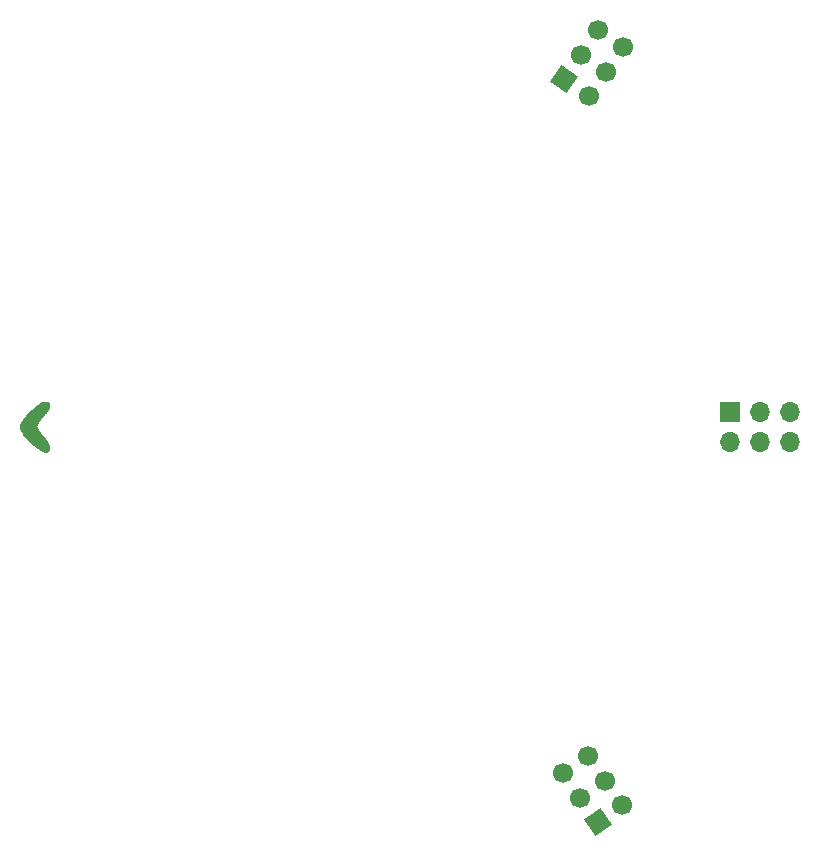
<source format=gbr>
G04 #@! TF.GenerationSoftware,KiCad,Pcbnew,(6.99.0-2452-gdb4f2d9dd8)*
G04 #@! TF.CreationDate,2022-07-29T14:25:34-05:00*
G04 #@! TF.ProjectId,787,3738372e-6b69-4636-9164-5f7063625858,rev?*
G04 #@! TF.SameCoordinates,Original*
G04 #@! TF.FileFunction,Soldermask,Top*
G04 #@! TF.FilePolarity,Negative*
%FSLAX46Y46*%
G04 Gerber Fmt 4.6, Leading zero omitted, Abs format (unit mm)*
G04 Created by KiCad (PCBNEW (6.99.0-2452-gdb4f2d9dd8)) date 2022-07-29 14:25:34*
%MOMM*%
%LPD*%
G01*
G04 APERTURE LIST*
G04 Aperture macros list*
%AMHorizOval*
0 Thick line with rounded ends*
0 $1 width*
0 $2 $3 position (X,Y) of the first rounded end (center of the circle)*
0 $4 $5 position (X,Y) of the second rounded end (center of the circle)*
0 Add line between two ends*
20,1,$1,$2,$3,$4,$5,0*
0 Add two circle primitives to create the rounded ends*
1,1,$1,$2,$3*
1,1,$1,$4,$5*%
%AMRotRect*
0 Rectangle, with rotation*
0 The origin of the aperture is its center*
0 $1 length*
0 $2 width*
0 $3 Rotation angle, in degrees counterclockwise*
0 Add horizontal line*
21,1,$1,$2,0,0,$3*%
G04 Aperture macros list end*
%ADD10C,0.078000*%
%ADD11RotRect,1.700000X1.700000X145.000000*%
%ADD12HorizOval,1.700000X0.000000X0.000000X0.000000X0.000000X0*%
%ADD13RotRect,1.700000X1.700000X215.000000*%
%ADD14HorizOval,1.700000X0.000000X0.000000X0.000000X0.000000X0*%
%ADD15R,1.700000X1.700000*%
%ADD16O,1.700000X1.700000*%
G04 APERTURE END LIST*
D10*
G36*
X47621625Y-112659499D02*
G01*
X47672552Y-112663200D01*
X47719681Y-112669353D01*
X47763014Y-112677948D01*
X47802552Y-112688970D01*
X47838297Y-112702409D01*
X47870250Y-112718252D01*
X47898411Y-112736488D01*
X47922783Y-112757103D01*
X47943367Y-112780087D01*
X47960164Y-112805426D01*
X47973174Y-112833110D01*
X47982400Y-112863125D01*
X47987843Y-112895460D01*
X47989504Y-112930102D01*
X47987384Y-112967040D01*
X47981485Y-113006261D01*
X47971808Y-113047754D01*
X47958353Y-113091506D01*
X47941123Y-113137505D01*
X47920119Y-113185739D01*
X47895341Y-113236196D01*
X47866792Y-113288864D01*
X47834472Y-113343731D01*
X47798382Y-113400784D01*
X47758525Y-113460013D01*
X47714901Y-113521403D01*
X47667512Y-113584945D01*
X47616358Y-113650625D01*
X47561441Y-113718431D01*
X47502763Y-113788351D01*
X47440324Y-113860373D01*
X47384263Y-113925289D01*
X47329774Y-113990790D01*
X47277139Y-114056437D01*
X47226640Y-114121786D01*
X47178560Y-114186397D01*
X47133180Y-114249827D01*
X47090784Y-114311635D01*
X47051652Y-114371379D01*
X47016067Y-114428617D01*
X46984311Y-114482907D01*
X46956667Y-114533808D01*
X46933416Y-114580878D01*
X46914841Y-114623675D01*
X46901224Y-114661758D01*
X46892847Y-114694683D01*
X46889992Y-114722011D01*
X46890711Y-114734948D01*
X46892847Y-114749339D01*
X46901224Y-114782265D01*
X46914841Y-114820347D01*
X46933416Y-114863144D01*
X46956667Y-114910214D01*
X46984311Y-114961115D01*
X47016067Y-115015405D01*
X47051652Y-115072643D01*
X47090784Y-115132387D01*
X47133180Y-115194195D01*
X47178560Y-115257625D01*
X47226640Y-115322236D01*
X47277139Y-115387585D01*
X47329774Y-115453232D01*
X47384263Y-115518734D01*
X47440324Y-115583649D01*
X47532320Y-115691203D01*
X47616109Y-115795463D01*
X47691640Y-115896290D01*
X47758863Y-115993546D01*
X47817726Y-116087092D01*
X47868179Y-116176790D01*
X47910171Y-116262501D01*
X47943651Y-116344087D01*
X47968567Y-116421408D01*
X47984869Y-116494327D01*
X47992507Y-116562704D01*
X47993060Y-116595147D01*
X47991428Y-116626402D01*
X47987605Y-116656452D01*
X47981583Y-116685281D01*
X47973357Y-116712870D01*
X47962919Y-116739203D01*
X47950265Y-116764261D01*
X47935387Y-116788029D01*
X47918280Y-116810488D01*
X47898936Y-116831621D01*
X47881449Y-116847933D01*
X47863253Y-116862579D01*
X47844315Y-116875549D01*
X47824605Y-116886832D01*
X47804093Y-116896418D01*
X47782747Y-116904296D01*
X47760537Y-116910458D01*
X47737431Y-116914891D01*
X47713400Y-116917587D01*
X47688411Y-116918534D01*
X47662435Y-116917722D01*
X47635440Y-116915141D01*
X47607396Y-116910781D01*
X47578272Y-116904632D01*
X47548036Y-116896682D01*
X47516659Y-116886923D01*
X47484109Y-116875343D01*
X47450356Y-116861933D01*
X47415368Y-116846681D01*
X47379115Y-116829578D01*
X47341566Y-116810614D01*
X47302690Y-116789777D01*
X47220835Y-116742448D01*
X47133302Y-116687508D01*
X47039846Y-116624874D01*
X46940219Y-116554465D01*
X46834175Y-116476199D01*
X46694986Y-116368426D01*
X46560544Y-116258084D01*
X46431433Y-116145696D01*
X46308238Y-116031788D01*
X46191543Y-115916880D01*
X46081931Y-115801499D01*
X45979987Y-115686167D01*
X45886294Y-115571407D01*
X45801437Y-115457745D01*
X45725999Y-115345702D01*
X45660565Y-115235803D01*
X45605718Y-115128571D01*
X45562043Y-115024531D01*
X45530123Y-114924206D01*
X45518754Y-114875599D01*
X45510543Y-114828118D01*
X45505563Y-114781828D01*
X45503887Y-114736793D01*
X45508182Y-114681906D01*
X45520774Y-114621811D01*
X45541220Y-114556966D01*
X45569080Y-114487826D01*
X45603912Y-114414846D01*
X45645274Y-114338483D01*
X45745826Y-114177427D01*
X45867203Y-114008305D01*
X46005874Y-113834763D01*
X46158309Y-113660445D01*
X46320975Y-113488998D01*
X46490342Y-113324068D01*
X46662878Y-113169300D01*
X46835053Y-113028340D01*
X47003334Y-112904834D01*
X47164190Y-112802428D01*
X47240731Y-112760276D01*
X47314091Y-112724766D01*
X47383830Y-112696354D01*
X47449505Y-112675496D01*
X47510676Y-112662647D01*
X47566901Y-112658262D01*
X47621625Y-112659499D01*
G37*
X47621625Y-112659499D02*
X47672552Y-112663200D01*
X47719681Y-112669353D01*
X47763014Y-112677948D01*
X47802552Y-112688970D01*
X47838297Y-112702409D01*
X47870250Y-112718252D01*
X47898411Y-112736488D01*
X47922783Y-112757103D01*
X47943367Y-112780087D01*
X47960164Y-112805426D01*
X47973174Y-112833110D01*
X47982400Y-112863125D01*
X47987843Y-112895460D01*
X47989504Y-112930102D01*
X47987384Y-112967040D01*
X47981485Y-113006261D01*
X47971808Y-113047754D01*
X47958353Y-113091506D01*
X47941123Y-113137505D01*
X47920119Y-113185739D01*
X47895341Y-113236196D01*
X47866792Y-113288864D01*
X47834472Y-113343731D01*
X47798382Y-113400784D01*
X47758525Y-113460013D01*
X47714901Y-113521403D01*
X47667512Y-113584945D01*
X47616358Y-113650625D01*
X47561441Y-113718431D01*
X47502763Y-113788351D01*
X47440324Y-113860373D01*
X47384263Y-113925289D01*
X47329774Y-113990790D01*
X47277139Y-114056437D01*
X47226640Y-114121786D01*
X47178560Y-114186397D01*
X47133180Y-114249827D01*
X47090784Y-114311635D01*
X47051652Y-114371379D01*
X47016067Y-114428617D01*
X46984311Y-114482907D01*
X46956667Y-114533808D01*
X46933416Y-114580878D01*
X46914841Y-114623675D01*
X46901224Y-114661758D01*
X46892847Y-114694683D01*
X46889992Y-114722011D01*
X46890711Y-114734948D01*
X46892847Y-114749339D01*
X46901224Y-114782265D01*
X46914841Y-114820347D01*
X46933416Y-114863144D01*
X46956667Y-114910214D01*
X46984311Y-114961115D01*
X47016067Y-115015405D01*
X47051652Y-115072643D01*
X47090784Y-115132387D01*
X47133180Y-115194195D01*
X47178560Y-115257625D01*
X47226640Y-115322236D01*
X47277139Y-115387585D01*
X47329774Y-115453232D01*
X47384263Y-115518734D01*
X47440324Y-115583649D01*
X47532320Y-115691203D01*
X47616109Y-115795463D01*
X47691640Y-115896290D01*
X47758863Y-115993546D01*
X47817726Y-116087092D01*
X47868179Y-116176790D01*
X47910171Y-116262501D01*
X47943651Y-116344087D01*
X47968567Y-116421408D01*
X47984869Y-116494327D01*
X47992507Y-116562704D01*
X47993060Y-116595147D01*
X47991428Y-116626402D01*
X47987605Y-116656452D01*
X47981583Y-116685281D01*
X47973357Y-116712870D01*
X47962919Y-116739203D01*
X47950265Y-116764261D01*
X47935387Y-116788029D01*
X47918280Y-116810488D01*
X47898936Y-116831621D01*
X47881449Y-116847933D01*
X47863253Y-116862579D01*
X47844315Y-116875549D01*
X47824605Y-116886832D01*
X47804093Y-116896418D01*
X47782747Y-116904296D01*
X47760537Y-116910458D01*
X47737431Y-116914891D01*
X47713400Y-116917587D01*
X47688411Y-116918534D01*
X47662435Y-116917722D01*
X47635440Y-116915141D01*
X47607396Y-116910781D01*
X47578272Y-116904632D01*
X47548036Y-116896682D01*
X47516659Y-116886923D01*
X47484109Y-116875343D01*
X47450356Y-116861933D01*
X47415368Y-116846681D01*
X47379115Y-116829578D01*
X47341566Y-116810614D01*
X47302690Y-116789777D01*
X47220835Y-116742448D01*
X47133302Y-116687508D01*
X47039846Y-116624874D01*
X46940219Y-116554465D01*
X46834175Y-116476199D01*
X46694986Y-116368426D01*
X46560544Y-116258084D01*
X46431433Y-116145696D01*
X46308238Y-116031788D01*
X46191543Y-115916880D01*
X46081931Y-115801499D01*
X45979987Y-115686167D01*
X45886294Y-115571407D01*
X45801437Y-115457745D01*
X45725999Y-115345702D01*
X45660565Y-115235803D01*
X45605718Y-115128571D01*
X45562043Y-115024531D01*
X45530123Y-114924206D01*
X45518754Y-114875599D01*
X45510543Y-114828118D01*
X45505563Y-114781828D01*
X45503887Y-114736793D01*
X45508182Y-114681906D01*
X45520774Y-114621811D01*
X45541220Y-114556966D01*
X45569080Y-114487826D01*
X45603912Y-114414846D01*
X45645274Y-114338483D01*
X45745826Y-114177427D01*
X45867203Y-114008305D01*
X46005874Y-113834763D01*
X46158309Y-113660445D01*
X46320975Y-113488998D01*
X46490342Y-113324068D01*
X46662878Y-113169300D01*
X46835053Y-113028340D01*
X47003334Y-112904834D01*
X47164190Y-112802428D01*
X47240731Y-112760276D01*
X47314091Y-112724766D01*
X47383830Y-112696354D01*
X47449505Y-112675496D01*
X47510676Y-112662647D01*
X47566901Y-112658262D01*
X47621625Y-112659499D01*
D11*
X91569702Y-85352203D03*
D12*
X93650348Y-86809087D03*
X93026586Y-83271557D03*
X95107232Y-84728441D03*
X94483470Y-81190911D03*
X96564116Y-82647795D03*
D13*
X94416560Y-148280645D03*
D14*
X96497206Y-146823761D03*
X92959676Y-146199999D03*
X95040322Y-144743115D03*
X91502792Y-144119353D03*
X93583438Y-142662468D03*
D15*
X105599999Y-113499999D03*
D16*
X105599999Y-116039999D03*
X108139999Y-113499999D03*
X108139999Y-116039999D03*
X110679999Y-113499999D03*
X110679999Y-116039999D03*
M02*

</source>
